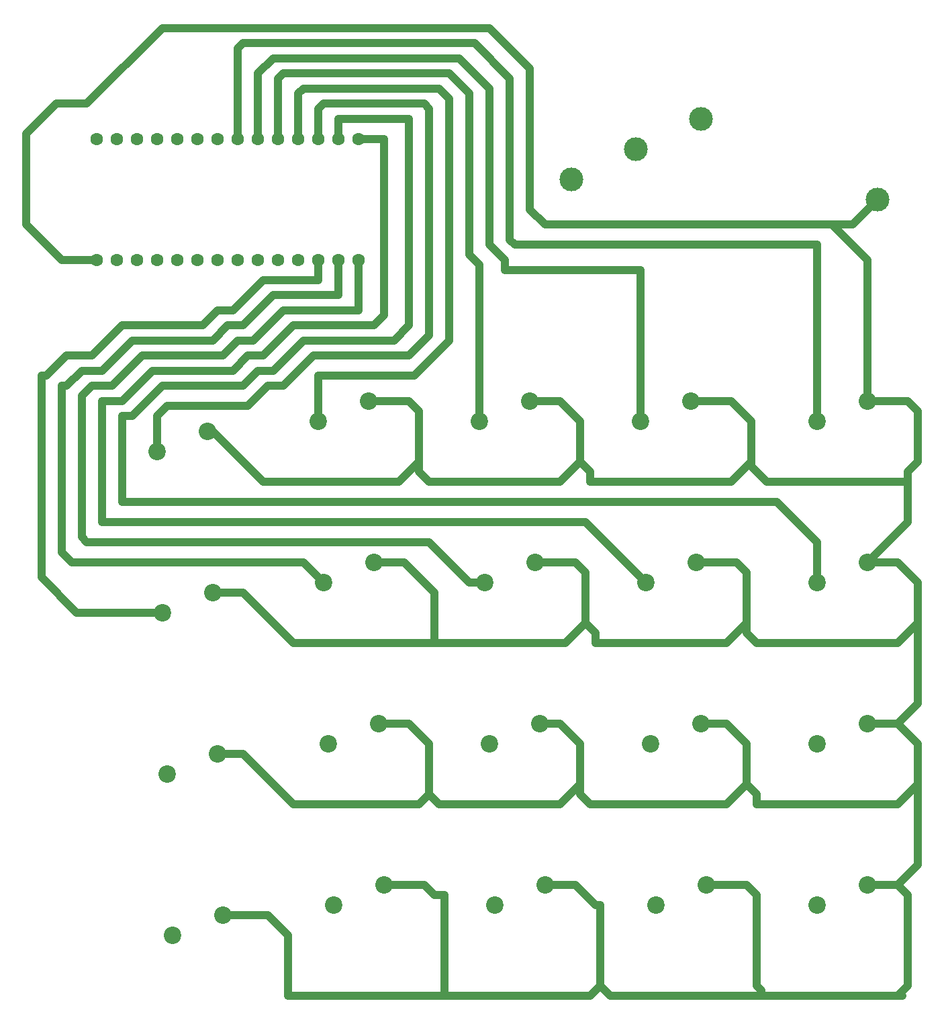
<source format=gtl>
G04 #@! TF.GenerationSoftware,KiCad,Pcbnew,(5.1.10)-1*
G04 #@! TF.CreationDate,2021-09-13T16:17:20-07:00*
G04 #@! TF.ProjectId,keyboard_pcb,6b657962-6f61-4726-945f-7063622e6b69,v0.1*
G04 #@! TF.SameCoordinates,Original*
G04 #@! TF.FileFunction,Copper,L1,Top*
G04 #@! TF.FilePolarity,Positive*
%FSLAX46Y46*%
G04 Gerber Fmt 4.6, Leading zero omitted, Abs format (unit mm)*
G04 Created by KiCad (PCBNEW (5.1.10)-1) date 2021-09-13 16:17:20*
%MOMM*%
%LPD*%
G01*
G04 APERTURE LIST*
G04 #@! TA.AperFunction,ComponentPad*
%ADD10C,3.000000*%
G04 #@! TD*
G04 #@! TA.AperFunction,ComponentPad*
%ADD11C,1.600000*%
G04 #@! TD*
G04 #@! TA.AperFunction,ComponentPad*
%ADD12C,2.200000*%
G04 #@! TD*
G04 #@! TA.AperFunction,Conductor*
%ADD13C,1.000000*%
G04 #@! TD*
G04 APERTURE END LIST*
D10*
X153065000Y-59690000D03*
X130810000Y-49530000D03*
X122555000Y-53340000D03*
X114403274Y-57150000D03*
D11*
X87630000Y-52070000D03*
X87630000Y-67310000D03*
X85090000Y-52070000D03*
X82550000Y-52070000D03*
X80010000Y-52070000D03*
X77470000Y-52070000D03*
X74930000Y-52070000D03*
X72390000Y-52070000D03*
X69850000Y-52070000D03*
X67310000Y-52070000D03*
X64770000Y-52070000D03*
X62230000Y-52070000D03*
X59690000Y-52070000D03*
X57150000Y-52070000D03*
X54610000Y-52070000D03*
X85090000Y-67310000D03*
X82550000Y-67310000D03*
X80010000Y-67310000D03*
X77470000Y-67310000D03*
X74930000Y-67310000D03*
X72390000Y-67310000D03*
X69850000Y-67310000D03*
X67310000Y-67310000D03*
X64770000Y-67310000D03*
X62230000Y-67310000D03*
X59690000Y-67310000D03*
X57150000Y-67310000D03*
X54610000Y-67310000D03*
D12*
X145415000Y-148590000D03*
X151765000Y-146050000D03*
X145415000Y-128270000D03*
X151765000Y-125730000D03*
X145415000Y-107950000D03*
X151765000Y-105410000D03*
X145415000Y-87630000D03*
X151765000Y-85090000D03*
X125095000Y-148590000D03*
X131445000Y-146050000D03*
X124460000Y-128270000D03*
X130810000Y-125730000D03*
X123825000Y-107950000D03*
X130175000Y-105410000D03*
X123190000Y-87630000D03*
X129540000Y-85090000D03*
X104775000Y-148590000D03*
X111125000Y-146050000D03*
X104140000Y-128270000D03*
X110490000Y-125730000D03*
X103505000Y-107950000D03*
X109855000Y-105410000D03*
X102870000Y-87630000D03*
X109220000Y-85090000D03*
X84455000Y-148590000D03*
X90805000Y-146050000D03*
X83820000Y-128270000D03*
X90170000Y-125730000D03*
X83185000Y-107950000D03*
X89535000Y-105410000D03*
X82550000Y-87630000D03*
X88900000Y-85090000D03*
X64135000Y-152400000D03*
X70485000Y-149860000D03*
X63500000Y-132080000D03*
X69850000Y-129540000D03*
X62865000Y-111760000D03*
X69215000Y-109220000D03*
X62230000Y-91440000D03*
X68580000Y-88900000D03*
D13*
X93980000Y-79375000D02*
X96520000Y-76835000D01*
X81915000Y-79375000D02*
X93980000Y-79375000D01*
X96520000Y-48260000D02*
X95885000Y-47625000D01*
X76200000Y-83185000D02*
X78105000Y-83185000D01*
X73660000Y-85725000D02*
X76200000Y-83185000D01*
X96520000Y-76835000D02*
X96520000Y-48260000D01*
X63500000Y-85725000D02*
X73660000Y-85725000D01*
X62230000Y-86995000D02*
X63500000Y-85725000D01*
X78105000Y-83185000D02*
X81915000Y-79375000D01*
X62230000Y-91440000D02*
X62230000Y-86995000D01*
X95885000Y-47625000D02*
X83185000Y-47625000D01*
X82550000Y-48260000D02*
X82550000Y-52070000D01*
X83185000Y-47625000D02*
X82550000Y-48260000D01*
X95885000Y-146050000D02*
X97155000Y-147320000D01*
X90805000Y-146050000D02*
X95885000Y-146050000D01*
X118110000Y-158750000D02*
X118110000Y-148590000D01*
X114935000Y-146050000D02*
X117475000Y-148590000D01*
X111125000Y-146050000D02*
X114935000Y-146050000D01*
X137795000Y-158750000D02*
X137795000Y-147320000D01*
X136525000Y-146050000D02*
X137795000Y-147320000D01*
X131445000Y-146050000D02*
X136525000Y-146050000D01*
X155575000Y-146050000D02*
X151765000Y-146050000D01*
X156845000Y-147320000D02*
X155575000Y-146050000D01*
X156845000Y-158750000D02*
X156845000Y-147320000D01*
X155575000Y-160020000D02*
X156845000Y-158750000D01*
X138430000Y-160020000D02*
X156210000Y-160020000D01*
X96520000Y-128270000D02*
X93980000Y-125730000D01*
X96520000Y-134620000D02*
X96520000Y-128270000D01*
X90170000Y-125730000D02*
X93980000Y-125730000D01*
X115570000Y-128270000D02*
X113030000Y-125730000D01*
X115570000Y-133350000D02*
X115570000Y-128270000D01*
X96520000Y-134620000D02*
X97790000Y-135890000D01*
X136525000Y-128270000D02*
X133985000Y-125730000D01*
X136525000Y-133350000D02*
X136525000Y-128270000D01*
X130175000Y-125730000D02*
X133985000Y-125730000D01*
X137795000Y-135890000D02*
X155575000Y-135890000D01*
X155575000Y-135890000D02*
X158115000Y-133350000D01*
X158115000Y-133350000D02*
X158115000Y-128270000D01*
X158115000Y-128270000D02*
X155575000Y-125730000D01*
X97155000Y-109220000D02*
X93345000Y-105410000D01*
X89535000Y-105410000D02*
X93345000Y-105410000D01*
X116205000Y-106680000D02*
X114935000Y-105410000D01*
X109855000Y-105410000D02*
X114935000Y-105410000D01*
X136525000Y-106680000D02*
X135255000Y-105410000D01*
X136525000Y-113030000D02*
X136525000Y-106680000D01*
X133985000Y-115570000D02*
X136525000Y-113030000D01*
X117475000Y-115570000D02*
X133985000Y-115570000D01*
X130175000Y-105410000D02*
X135255000Y-105410000D01*
X136525000Y-113030000D02*
X136525000Y-114300000D01*
X136525000Y-114300000D02*
X137795000Y-115570000D01*
X155575000Y-115570000D02*
X158115000Y-113030000D01*
X158115000Y-113030000D02*
X158115000Y-107950000D01*
X155575000Y-105410000D02*
X151765000Y-105410000D01*
X158115000Y-107950000D02*
X155575000Y-105410000D01*
X95250000Y-86360000D02*
X95250000Y-92710000D01*
X93980000Y-85090000D02*
X95250000Y-86360000D01*
X88900000Y-85090000D02*
X93980000Y-85090000D01*
X95250000Y-92710000D02*
X95250000Y-93980000D01*
X95250000Y-93980000D02*
X96520000Y-95250000D01*
X113030000Y-95250000D02*
X115570000Y-92710000D01*
X115570000Y-92710000D02*
X115570000Y-87630000D01*
X113030000Y-85090000D02*
X115570000Y-87630000D01*
X109220000Y-85090000D02*
X113030000Y-85090000D01*
X137160000Y-92710000D02*
X137160000Y-87630000D01*
X116840000Y-95250000D02*
X134620000Y-95250000D01*
X134620000Y-85090000D02*
X137160000Y-87630000D01*
X129540000Y-85090000D02*
X134620000Y-85090000D01*
X158115000Y-92710000D02*
X158115000Y-86360000D01*
X158115000Y-86360000D02*
X156845000Y-85090000D01*
X156845000Y-85090000D02*
X151765000Y-85090000D01*
X158115000Y-143510000D02*
X158115000Y-128270000D01*
X155575000Y-146050000D02*
X158115000Y-143510000D01*
X151765000Y-125730000D02*
X155575000Y-125730000D01*
X158115000Y-123190000D02*
X158115000Y-107950000D01*
X155575000Y-125730000D02*
X158115000Y-123190000D01*
X151765000Y-105410000D02*
X156845000Y-100330000D01*
X156845000Y-93980000D02*
X158115000Y-92710000D01*
X137795000Y-134620000D02*
X136525000Y-133350000D01*
X137795000Y-135890000D02*
X137795000Y-134620000D01*
X138430000Y-159385000D02*
X137795000Y-158750000D01*
X138430000Y-160020000D02*
X138430000Y-159385000D01*
X118110000Y-158750000D02*
X119380000Y-160020000D01*
X119380000Y-160020000D02*
X138430000Y-160020000D01*
X118110000Y-148590000D02*
X117475000Y-148590000D01*
X98425000Y-147320000D02*
X98425000Y-160020000D01*
X97155000Y-147320000D02*
X98425000Y-147320000D01*
X116840000Y-160020000D02*
X118110000Y-158750000D01*
X78740000Y-160020000D02*
X116840000Y-160020000D01*
X78740000Y-152400000D02*
X78740000Y-160020000D01*
X76200000Y-149860000D02*
X78740000Y-152400000D01*
X76200000Y-149860000D02*
X73660000Y-149860000D01*
X73660000Y-149860000D02*
X74295000Y-149860000D01*
X70485000Y-149860000D02*
X73660000Y-149860000D01*
X113030000Y-135890000D02*
X115570000Y-133350000D01*
X133985000Y-135890000D02*
X136525000Y-133350000D01*
X116840000Y-135890000D02*
X133985000Y-135890000D01*
X115570000Y-134620000D02*
X116840000Y-135890000D01*
X115570000Y-133350000D02*
X115570000Y-134620000D01*
X113030000Y-125730000D02*
X110490000Y-125730000D01*
X95250000Y-135890000D02*
X96520000Y-134620000D01*
X79375000Y-135890000D02*
X95250000Y-135890000D01*
X73025000Y-129540000D02*
X79375000Y-135890000D01*
X69850000Y-129540000D02*
X73025000Y-129540000D01*
X97790000Y-135890000D02*
X113030000Y-135890000D01*
X155575000Y-115570000D02*
X137795000Y-115570000D01*
X117475000Y-114300000D02*
X116205000Y-113030000D01*
X117475000Y-115570000D02*
X117475000Y-114300000D01*
X116205000Y-113030000D02*
X116205000Y-106680000D01*
X113665000Y-115570000D02*
X116205000Y-113030000D01*
X97155000Y-115570000D02*
X97155000Y-109220000D01*
X97155000Y-115570000D02*
X113665000Y-115570000D01*
X73025000Y-109220000D02*
X69215000Y-109220000D01*
X79375000Y-115570000D02*
X73025000Y-109220000D01*
X97155000Y-115570000D02*
X79375000Y-115570000D01*
X134620000Y-95250000D02*
X137160000Y-92710000D01*
X137160000Y-92710000D02*
X137160000Y-93345000D01*
X139065000Y-95250000D02*
X156845000Y-95250000D01*
X137160000Y-93345000D02*
X139065000Y-95250000D01*
X156845000Y-95250000D02*
X156845000Y-93980000D01*
X156845000Y-100330000D02*
X156845000Y-95250000D01*
X92710000Y-95250000D02*
X95250000Y-92710000D01*
X75565000Y-95250000D02*
X92710000Y-95250000D01*
X69215000Y-88900000D02*
X75565000Y-95250000D01*
X96520000Y-95250000D02*
X113030000Y-95250000D01*
X116840000Y-93980000D02*
X115570000Y-92710000D01*
X116840000Y-95250000D02*
X116840000Y-93980000D01*
X151765000Y-67310000D02*
X147320000Y-62865000D01*
X151765000Y-85090000D02*
X151765000Y-67310000D01*
X147320000Y-62865000D02*
X141605000Y-62865000D01*
X147320000Y-62865000D02*
X134620000Y-62865000D01*
X109220000Y-60960000D02*
X111125000Y-62865000D01*
X109220000Y-43180000D02*
X109220000Y-60960000D01*
X62865000Y-38100000D02*
X104140000Y-38100000D01*
X53340000Y-47625000D02*
X62865000Y-38100000D01*
X49530000Y-47625000D02*
X53340000Y-47625000D01*
X111125000Y-62865000D02*
X134620000Y-62865000D01*
X45720000Y-51435000D02*
X49530000Y-47625000D01*
X45720000Y-62865000D02*
X45720000Y-51435000D01*
X104140000Y-38100000D02*
X109220000Y-43180000D01*
X50165000Y-67310000D02*
X45720000Y-62865000D01*
X50165000Y-67310000D02*
X54610000Y-67310000D01*
X153035000Y-59720000D02*
X153065000Y-59690000D01*
X149890000Y-62865000D02*
X153065000Y-59690000D01*
X147320000Y-62865000D02*
X149890000Y-62865000D01*
X62865000Y-111760000D02*
X52070000Y-111760000D01*
X52070000Y-111760000D02*
X47625000Y-107315000D01*
X47625000Y-107315000D02*
X47625000Y-81915000D01*
X47625000Y-81915000D02*
X48260000Y-81915000D01*
X48260000Y-81915000D02*
X50800000Y-79375000D01*
X50800000Y-79375000D02*
X53975000Y-79375000D01*
X53975000Y-79375000D02*
X57785000Y-75565000D01*
X57785000Y-75565000D02*
X67945000Y-75565000D01*
X67945000Y-75565000D02*
X69850000Y-73660000D01*
X69850000Y-73660000D02*
X71755000Y-73660000D01*
X71755000Y-73660000D02*
X75565000Y-69850000D01*
X75565000Y-69850000D02*
X82550000Y-69850000D01*
X82550000Y-69850000D02*
X82550000Y-67310000D01*
X82550000Y-81915000D02*
X82550000Y-87630000D01*
X94615000Y-81915000D02*
X82550000Y-81915000D01*
X99060000Y-77470000D02*
X94615000Y-81915000D01*
X99060000Y-77470000D02*
X99060000Y-46990000D01*
X99060000Y-46990000D02*
X97790000Y-45720000D01*
X97790000Y-45720000D02*
X80645000Y-45720000D01*
X80010000Y-46355000D02*
X80010000Y-52070000D01*
X80645000Y-45720000D02*
X80010000Y-46355000D01*
X85090000Y-71755000D02*
X85090000Y-67310000D01*
X83185000Y-107950000D02*
X80645000Y-105410000D01*
X80645000Y-105410000D02*
X51435000Y-105410000D01*
X76835000Y-71755000D02*
X85090000Y-71755000D01*
X50165000Y-104140000D02*
X50165000Y-83185000D01*
X50165000Y-83185000D02*
X50800000Y-83185000D01*
X50800000Y-83185000D02*
X52705000Y-81280000D01*
X73025000Y-75565000D02*
X76835000Y-71755000D01*
X52705000Y-81280000D02*
X55245000Y-81280000D01*
X51435000Y-105410000D02*
X50165000Y-104140000D01*
X59055000Y-77470000D02*
X69215000Y-77470000D01*
X55245000Y-81280000D02*
X59055000Y-77470000D01*
X71120000Y-75565000D02*
X73025000Y-75565000D01*
X69215000Y-77470000D02*
X71120000Y-75565000D01*
X101600000Y-46355000D02*
X99060000Y-43815000D01*
X101600000Y-66675000D02*
X101600000Y-46355000D01*
X102870000Y-67945000D02*
X101600000Y-66675000D01*
X102870000Y-87630000D02*
X102870000Y-67945000D01*
X99060000Y-43815000D02*
X78105000Y-43815000D01*
X77470000Y-44450000D02*
X77470000Y-52070000D01*
X78105000Y-43815000D02*
X77470000Y-44450000D01*
X103505000Y-107950000D02*
X101600000Y-107950000D01*
X72390000Y-77470000D02*
X74295000Y-77470000D01*
X101600000Y-107950000D02*
X96520000Y-102870000D01*
X52705000Y-102235000D02*
X52705000Y-84455000D01*
X53340000Y-102870000D02*
X52705000Y-102235000D01*
X56515000Y-83185000D02*
X60325000Y-79375000D01*
X52705000Y-84455000D02*
X53975000Y-83185000D01*
X53975000Y-83185000D02*
X56515000Y-83185000D01*
X78105000Y-73660000D02*
X87630000Y-73660000D01*
X87630000Y-73660000D02*
X87630000Y-67310000D01*
X60325000Y-79375000D02*
X70485000Y-79375000D01*
X70485000Y-79375000D02*
X72390000Y-77470000D01*
X96520000Y-102870000D02*
X53340000Y-102870000D01*
X74295000Y-77470000D02*
X78105000Y-73660000D01*
X74930000Y-43815000D02*
X74930000Y-52070000D01*
X76835000Y-41910000D02*
X74930000Y-43815000D01*
X100330000Y-41910000D02*
X76835000Y-41910000D01*
X104140000Y-45720000D02*
X100330000Y-41910000D01*
X106045000Y-67310000D02*
X104140000Y-65405000D01*
X104140000Y-65405000D02*
X104140000Y-45720000D01*
X106045000Y-68580000D02*
X106045000Y-67310000D01*
X123190000Y-68580000D02*
X106045000Y-68580000D01*
X123190000Y-87630000D02*
X123190000Y-68580000D01*
X89535000Y-75565000D02*
X90805000Y-74295000D01*
X79375000Y-75565000D02*
X89535000Y-75565000D01*
X75565000Y-79375000D02*
X79375000Y-75565000D01*
X71755000Y-81280000D02*
X73660000Y-79375000D01*
X73660000Y-79375000D02*
X75565000Y-79375000D01*
X61595000Y-81280000D02*
X71755000Y-81280000D01*
X57785000Y-85090000D02*
X61595000Y-81280000D01*
X55245000Y-85090000D02*
X57785000Y-85090000D01*
X55245000Y-100330000D02*
X55245000Y-85090000D01*
X116205000Y-100330000D02*
X55245000Y-100330000D01*
X123825000Y-107950000D02*
X116205000Y-100330000D01*
X90805000Y-74295000D02*
X90805000Y-52070000D01*
X90805000Y-52070000D02*
X87630000Y-52070000D01*
X106680000Y-44450000D02*
X102235000Y-40005000D01*
X106680000Y-64770000D02*
X106680000Y-44450000D01*
X107315000Y-65405000D02*
X106680000Y-64770000D01*
X145415000Y-65405000D02*
X107315000Y-65405000D01*
X145415000Y-87630000D02*
X145415000Y-65405000D01*
X102235000Y-40005000D02*
X73025000Y-40005000D01*
X72390000Y-40640000D02*
X72390000Y-52070000D01*
X73025000Y-40005000D02*
X72390000Y-40640000D01*
X145415000Y-107950000D02*
X145415000Y-102870000D01*
X145415000Y-102870000D02*
X140335000Y-97790000D01*
X140335000Y-97790000D02*
X57785000Y-97790000D01*
X57785000Y-97790000D02*
X57785000Y-86995000D01*
X59055000Y-86995000D02*
X62865000Y-83185000D01*
X57785000Y-86995000D02*
X59055000Y-86995000D01*
X74930000Y-81280000D02*
X76835000Y-81280000D01*
X62865000Y-83185000D02*
X73025000Y-83185000D01*
X73025000Y-83185000D02*
X74930000Y-81280000D01*
X76835000Y-81280000D02*
X80645000Y-77470000D01*
X92075000Y-77470000D02*
X93980000Y-75565000D01*
X80645000Y-77470000D02*
X92075000Y-77470000D01*
X93980000Y-75565000D02*
X93980000Y-49530000D01*
X93980000Y-49530000D02*
X85090000Y-49530000D01*
X85090000Y-49530000D02*
X85090000Y-52070000D01*
M02*

</source>
